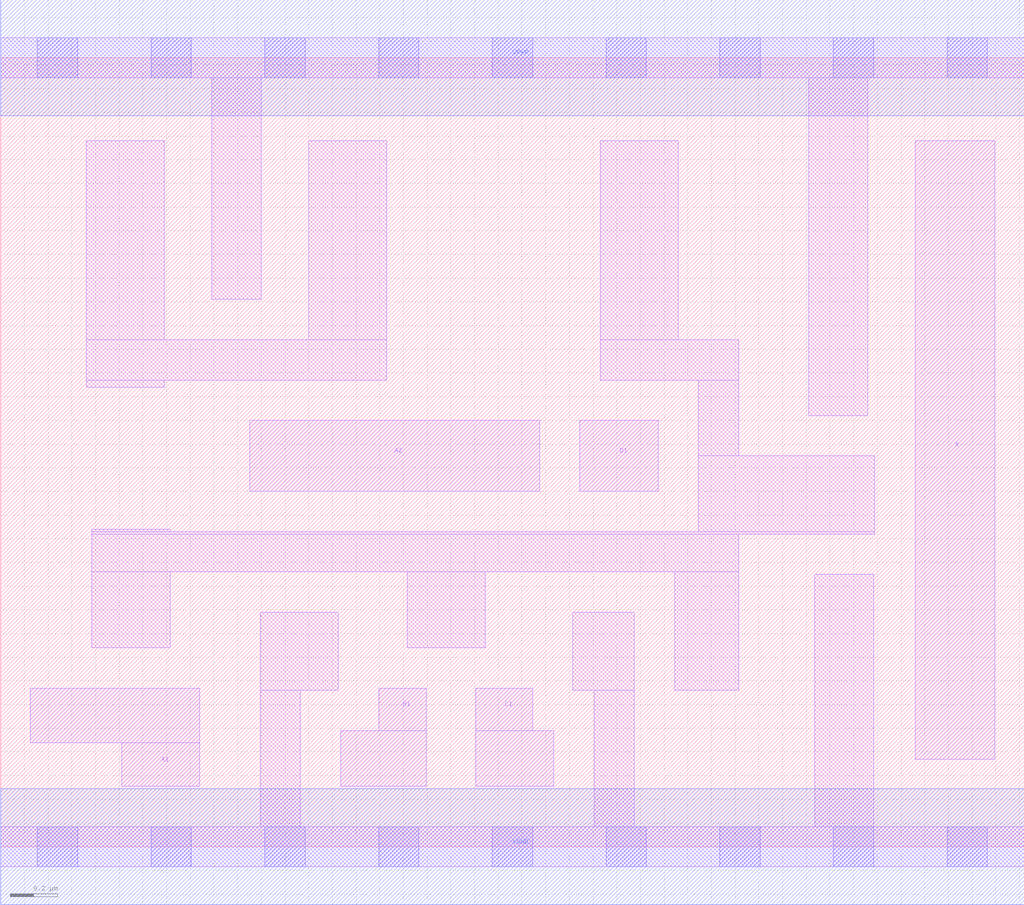
<source format=lef>
# Copyright 2020 The SkyWater PDK Authors
#
# Licensed under the Apache License, Version 2.0 (the "License");
# you may not use this file except in compliance with the License.
# You may obtain a copy of the License at
#
#     https://www.apache.org/licenses/LICENSE-2.0
#
# Unless required by applicable law or agreed to in writing, software
# distributed under the License is distributed on an "AS IS" BASIS,
# WITHOUT WARRANTIES OR CONDITIONS OF ANY KIND, either express or implied.
# See the License for the specific language governing permissions and
# limitations under the License.
#
# SPDX-License-Identifier: Apache-2.0

VERSION 5.5 ;
NAMESCASESENSITIVE ON ;
BUSBITCHARS "[]" ;
DIVIDERCHAR "/" ;
MACRO sky130_fd_sc_ls__a2111o_1
  CLASS CORE ;
  SOURCE USER ;
  ORIGIN  0.000000  0.000000 ;
  SIZE  4.320000 BY  3.330000 ;
  SYMMETRY X Y ;
  SITE unit ;
  PIN A1
    ANTENNAGATEAREA  0.246000 ;
    DIRECTION INPUT ;
    USE SIGNAL ;
    PORT
      LAYER li1 ;
        RECT 0.125000 0.440000 0.840000 0.670000 ;
        RECT 0.510000 0.255000 0.840000 0.440000 ;
    END
  END A1
  PIN A2
    ANTENNAGATEAREA  0.246000 ;
    DIRECTION INPUT ;
    USE SIGNAL ;
    PORT
      LAYER li1 ;
        RECT 1.050000 1.500000 2.275000 1.800000 ;
    END
  END A2
  PIN B1
    ANTENNAGATEAREA  0.246000 ;
    DIRECTION INPUT ;
    USE SIGNAL ;
    PORT
      LAYER li1 ;
        RECT 1.435000 0.255000 1.795000 0.490000 ;
        RECT 1.595000 0.490000 1.795000 0.670000 ;
    END
  END B1
  PIN C1
    ANTENNAGATEAREA  0.246000 ;
    DIRECTION INPUT ;
    USE SIGNAL ;
    PORT
      LAYER li1 ;
        RECT 2.005000 0.255000 2.335000 0.490000 ;
        RECT 2.005000 0.490000 2.245000 0.670000 ;
    END
  END C1
  PIN D1
    ANTENNAGATEAREA  0.246000 ;
    DIRECTION INPUT ;
    USE SIGNAL ;
    PORT
      LAYER li1 ;
        RECT 2.445000 1.500000 2.775000 1.800000 ;
    END
  END D1
  PIN X
    ANTENNADIFFAREA  0.504100 ;
    DIRECTION OUTPUT ;
    USE SIGNAL ;
    PORT
      LAYER li1 ;
        RECT 3.860000 0.370000 4.195000 2.980000 ;
    END
  END X
  PIN VGND
    DIRECTION INOUT ;
    SHAPE ABUTMENT ;
    USE GROUND ;
    PORT
      LAYER met1 ;
        RECT 0.000000 -0.245000 4.320000 0.245000 ;
    END
  END VGND
  PIN VNB
    DIRECTION INOUT ;
    USE GROUND ;
    PORT
    END
  END VNB
  PIN VPB
    DIRECTION INOUT ;
    USE POWER ;
    PORT
    END
  END VPB
  PIN VPWR
    DIRECTION INOUT ;
    SHAPE ABUTMENT ;
    USE POWER ;
    PORT
      LAYER met1 ;
        RECT 0.000000 3.085000 4.320000 3.575000 ;
    END
  END VPWR
  OBS
    LAYER li1 ;
      RECT 0.000000 -0.085000 4.320000 0.085000 ;
      RECT 0.000000  3.245000 4.320000 3.415000 ;
      RECT 0.360000  1.940000 0.690000 1.970000 ;
      RECT 0.360000  1.970000 1.630000 2.140000 ;
      RECT 0.360000  2.140000 0.690000 2.980000 ;
      RECT 0.385000  0.840000 0.715000 1.160000 ;
      RECT 0.385000  1.160000 3.115000 1.320000 ;
      RECT 0.385000  1.320000 3.690000 1.330000 ;
      RECT 0.385000  1.330000 0.715000 1.340000 ;
      RECT 0.890000  2.310000 1.100000 3.245000 ;
      RECT 1.095000  0.085000 1.265000 0.660000 ;
      RECT 1.095000  0.660000 1.425000 0.990000 ;
      RECT 1.300000  2.140000 1.630000 2.980000 ;
      RECT 1.715000  0.840000 2.045000 1.160000 ;
      RECT 2.415000  0.660000 2.675000 0.990000 ;
      RECT 2.505000  0.085000 2.675000 0.660000 ;
      RECT 2.530000  1.970000 3.115000 2.140000 ;
      RECT 2.530000  2.140000 2.860000 2.980000 ;
      RECT 2.845000  0.660000 3.115000 1.160000 ;
      RECT 2.945000  1.330000 3.690000 1.650000 ;
      RECT 2.945000  1.650000 3.115000 1.970000 ;
      RECT 3.410000  1.820000 3.660000 3.245000 ;
      RECT 3.435000  0.085000 3.685000 1.150000 ;
    LAYER mcon ;
      RECT 0.155000 -0.085000 0.325000 0.085000 ;
      RECT 0.155000  3.245000 0.325000 3.415000 ;
      RECT 0.635000 -0.085000 0.805000 0.085000 ;
      RECT 0.635000  3.245000 0.805000 3.415000 ;
      RECT 1.115000 -0.085000 1.285000 0.085000 ;
      RECT 1.115000  3.245000 1.285000 3.415000 ;
      RECT 1.595000 -0.085000 1.765000 0.085000 ;
      RECT 1.595000  3.245000 1.765000 3.415000 ;
      RECT 2.075000 -0.085000 2.245000 0.085000 ;
      RECT 2.075000  3.245000 2.245000 3.415000 ;
      RECT 2.555000 -0.085000 2.725000 0.085000 ;
      RECT 2.555000  3.245000 2.725000 3.415000 ;
      RECT 3.035000 -0.085000 3.205000 0.085000 ;
      RECT 3.035000  3.245000 3.205000 3.415000 ;
      RECT 3.515000 -0.085000 3.685000 0.085000 ;
      RECT 3.515000  3.245000 3.685000 3.415000 ;
      RECT 3.995000 -0.085000 4.165000 0.085000 ;
      RECT 3.995000  3.245000 4.165000 3.415000 ;
  END
END sky130_fd_sc_ls__a2111o_1
END LIBRARY

</source>
